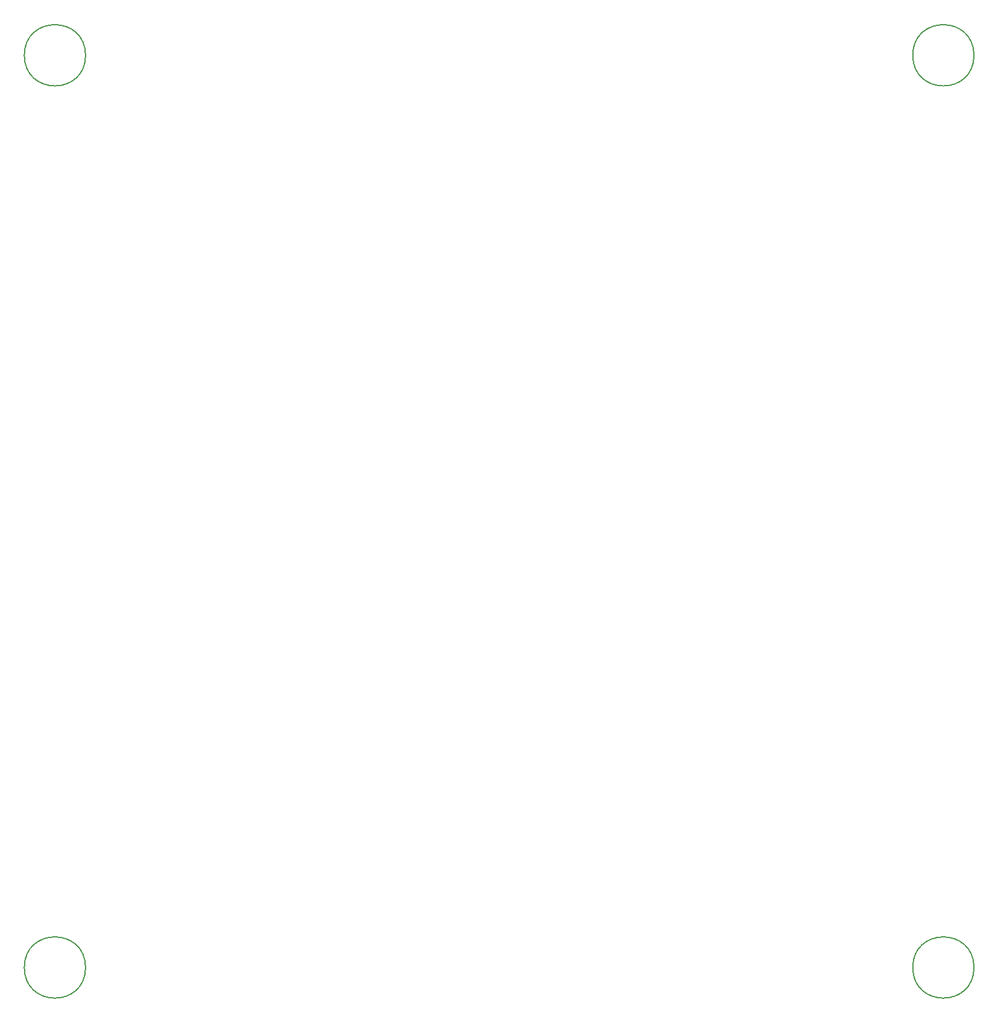
<source format=gbr>
%TF.GenerationSoftware,KiCad,Pcbnew,7.0.9-7.0.9~ubuntu23.04.1*%
%TF.CreationDate,2024-01-04T09:07:39+01:00*%
%TF.ProjectId,Electronic_DC_Load,456c6563-7472-46f6-9e69-635f44435f4c,rev?*%
%TF.SameCoordinates,Original*%
%TF.FileFunction,Other,Comment*%
%FSLAX46Y46*%
G04 Gerber Fmt 4.6, Leading zero omitted, Abs format (unit mm)*
G04 Created by KiCad (PCBNEW 7.0.9-7.0.9~ubuntu23.04.1) date 2024-01-04 09:07:39*
%MOMM*%
%LPD*%
G01*
G04 APERTURE LIST*
%ADD10C,0.150000*%
G04 APERTURE END LIST*
D10*
%TO.C,H4*%
X46743400Y-36220400D02*
G75*
G03*
X46743400Y-36220400I-4300000J0D01*
G01*
%TO.C,H3*%
X171482800Y-36220400D02*
G75*
G03*
X171482800Y-36220400I-4300000J0D01*
G01*
%TO.C,H2*%
X46743400Y-164414200D02*
G75*
G03*
X46743400Y-164414200I-4300000J0D01*
G01*
%TO.C,H1*%
X171482800Y-164414200D02*
G75*
G03*
X171482800Y-164414200I-4300000J0D01*
G01*
%TD*%
M02*

</source>
